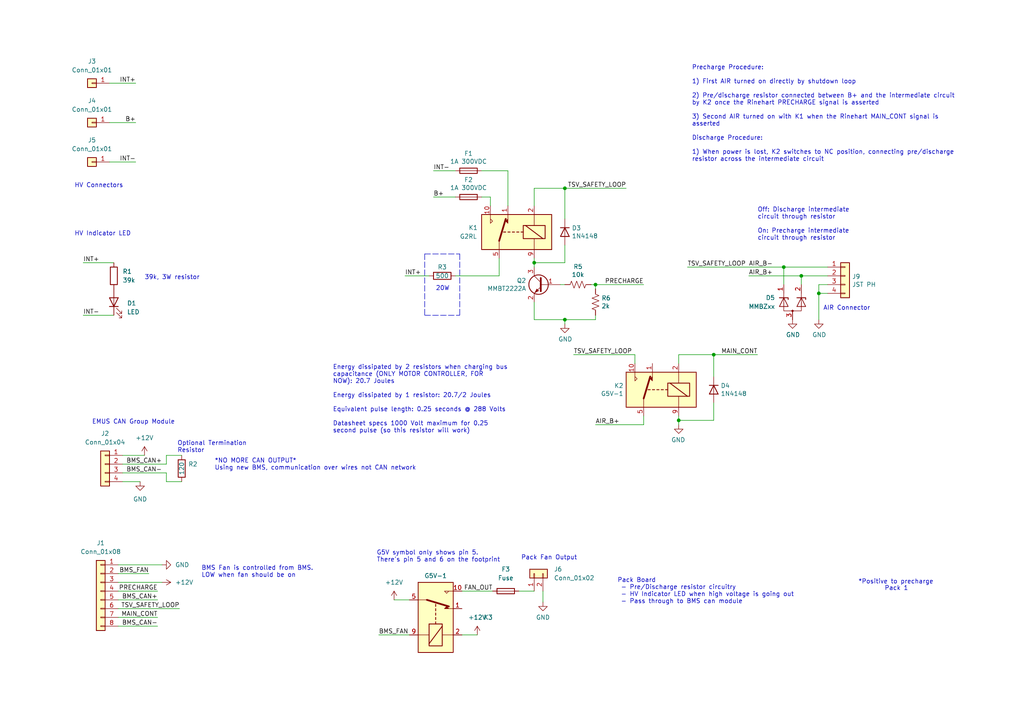
<source format=kicad_sch>
(kicad_sch (version 20211123) (generator eeschema)
  (paper "A4")
  (lib_symbols
    (symbol "Connector_Generic:Conn_01x01" (pin_names (offset 1.016) hide)
      (property "Reference" "J" (at 0 2.54 0))
      (property "Value" "Conn_01x01" (at 0 -2.54 0))
      (symbol "Conn_01x01_1_1"
        (rectangle (start -1.27 0.127) (end 0 -0.127) (stroke (width 0.1524)))
        (rectangle (start -1.27 1.27) (end 1.27 -1.27) (stroke (width 0.254)) (fill (type background)))
        (pin passive line (at -5.08 0 0) (length 3.81) (name "Pin_1") (number "1"))
      )
    )
    (symbol "Connector_Generic:Conn_01x02" (pin_names (offset 1.016) hide)
      (property "Reference" "J" (at 0 2.54 0))
      (property "Value" "Conn_01x02" (at 0 -5.08 0))
      (symbol "Conn_01x02_1_1"
        (rectangle (start -1.27 -2.413) (end 0 -2.667) (stroke (width 0.1524)))
        (rectangle (start -1.27 0.127) (end 0 -0.127) (stroke (width 0.1524)))
        (rectangle (start -1.27 1.27) (end 1.27 -3.81) (stroke (width 0.254)) (fill (type background)))
        (pin passive line (at -5.08 0 0) (length 3.81) (name "Pin_1") (number "1"))
        (pin passive line (at -5.08 -2.54 0) (length 3.81) (name "Pin_2") (number "2"))
      )
    )
    (symbol "Connector_Generic:Conn_01x04" (pin_names (offset 1.016) hide)
      (property "Reference" "J" (at 0 5.08 0))
      (property "Value" "Conn_01x04" (at 0 -7.62 0))
      (symbol "Conn_01x04_1_1"
        (rectangle (start -1.27 -4.953) (end 0 -5.207) (stroke (width 0.1524)))
        (rectangle (start -1.27 -2.413) (end 0 -2.667) (stroke (width 0.1524)))
        (rectangle (start -1.27 0.127) (end 0 -0.127) (stroke (width 0.1524)))
        (rectangle (start -1.27 2.667) (end 0 2.413) (stroke (width 0.1524)))
        (rectangle (start -1.27 3.81) (end 1.27 -6.35) (stroke (width 0.254)) (fill (type background)))
        (pin passive line (at -5.08 2.54 0) (length 3.81) (name "Pin_1") (number "1"))
        (pin passive line (at -5.08 0 0) (length 3.81) (name "Pin_2") (number "2"))
        (pin passive line (at -5.08 -2.54 0) (length 3.81) (name "Pin_3") (number "3"))
        (pin passive line (at -5.08 -5.08 0) (length 3.81) (name "Pin_4") (number "4"))
      )
    )
    (symbol "Connector_Generic:Conn_01x08" (pin_names (offset 1.016) hide)
      (property "Reference" "J" (at 0 10.16 0))
      (property "Value" "Conn_01x08" (at 0 -12.7 0))
      (symbol "Conn_01x08_1_1"
        (rectangle (start -1.27 -10.033) (end 0 -10.287) (stroke (width 0.1524)))
        (rectangle (start -1.27 -7.493) (end 0 -7.747) (stroke (width 0.1524)))
        (rectangle (start -1.27 -4.953) (end 0 -5.207) (stroke (width 0.1524)))
        (rectangle (start -1.27 -2.413) (end 0 -2.667) (stroke (width 0.1524)))
        (rectangle (start -1.27 0.127) (end 0 -0.127) (stroke (width 0.1524)))
        (rectangle (start -1.27 2.667) (end 0 2.413) (stroke (width 0.1524)))
        (rectangle (start -1.27 5.207) (end 0 4.953) (stroke (width 0.1524)))
        (rectangle (start -1.27 7.747) (end 0 7.493) (stroke (width 0.1524)))
        (rectangle (start -1.27 8.89) (end 1.27 -11.43) (stroke (width 0.254)) (fill (type background)))
        (pin passive line (at -5.08 7.62 0) (length 3.81) (name "Pin_1") (number "1"))
        (pin passive line (at -5.08 5.08 0) (length 3.81) (name "Pin_2") (number "2"))
        (pin passive line (at -5.08 2.54 0) (length 3.81) (name "Pin_3") (number "3"))
        (pin passive line (at -5.08 0 0) (length 3.81) (name "Pin_4") (number "4"))
        (pin passive line (at -5.08 -2.54 0) (length 3.81) (name "Pin_5") (number "5"))
        (pin passive line (at -5.08 -5.08 0) (length 3.81) (name "Pin_6") (number "6"))
        (pin passive line (at -5.08 -7.62 0) (length 3.81) (name "Pin_7") (number "7"))
        (pin passive line (at -5.08 -10.16 0) (length 3.81) (name "Pin_8") (number "8"))
      )
    )
    (symbol "Device:Fuse" (pin_numbers hide) (pin_names (offset 0))
      (property "Reference" "F" (at 2.032 0 90))
      (property "Value" "Fuse" (at -1.905 0 90))
      (symbol "Fuse_0_1"
        (rectangle (start -0.762 -2.54) (end 0.762 2.54) (stroke (width 0.254)))
        (polyline (pts (xy 0 2.54) (xy 0 -2.54)))
      )
      (symbol "Fuse_1_1"
        (pin passive line (at 0 3.81 270) (length 1.27) (name "~") (number "1"))
        (pin passive line (at 0 -3.81 90) (length 1.27) (name "~") (number "2"))
      )
    )
    (symbol "Device:LED" (pin_numbers hide) (pin_names (offset 1.016) hide)
      (property "Reference" "D" (at 0 2.54 0))
      (property "Value" "LED" (at 0 -2.54 0))
      (symbol "LED_0_1"
        (polyline (pts (xy -1.27 -1.27) (xy -1.27 1.27)) (stroke (width 0.254)))
        (polyline (pts (xy -1.27 0) (xy 1.27 0)))
        (polyline (pts (xy 1.27 -1.27) (xy 1.27 1.27) (xy -1.27 0) (xy 1.27 -1.27)) (stroke (width 0.254)))
        (polyline (pts (xy -3.048 -0.762) (xy -4.572 -2.286) (xy -3.81 -2.286) (xy -4.572 -2.286) (xy -4.572 -1.524)))
        (polyline (pts (xy -1.778 -0.762) (xy -3.302 -2.286) (xy -2.54 -2.286) (xy -3.302 -2.286) (xy -3.302 -1.524)))
      )
      (symbol "LED_1_1"
        (pin passive line (at -3.81 0 0) (length 2.54) (name "K") (number "1"))
        (pin passive line (at 3.81 0 180) (length 2.54) (name "A") (number "2"))
      )
    )
    (symbol "Device:Q_NPN_BEC" (pin_names (offset 0) hide)
      (property "Reference" "Q" (at 5.08 1.27 0))
      (property "Value" "Q_NPN_BEC" (at 5.08 -1.27 0))
      (symbol "Q_NPN_BEC_0_1"
        (polyline (pts (xy 0.635 0.635) (xy 2.54 2.54)))
        (polyline (pts (xy 0.635 -0.635) (xy 2.54 -2.54) (xy 2.54 -2.54)))
        (polyline (pts (xy 0.635 1.905) (xy 0.635 -1.905) (xy 0.635 -1.905)) (stroke (width 0.508)))
        (polyline (pts (xy 1.27 -1.778) (xy 1.778 -1.27) (xy 2.286 -2.286) (xy 1.27 -1.778) (xy 1.27 -1.778)) (fill (type outline)))
        (circle (center 1.27 0) (radius 2.8194) (stroke (width 0.254)))
      )
      (symbol "Q_NPN_BEC_1_1"
        (pin input line (at -5.08 0 0) (length 5.715) (name "B") (number "1"))
        (pin passive line (at 2.54 -5.08 90) (length 2.54) (name "E") (number "2"))
        (pin passive line (at 2.54 5.08 270) (length 2.54) (name "C") (number "3"))
      )
    )
    (symbol "Device:R" (pin_numbers hide) (pin_names (offset 0))
      (property "Reference" "R" (at 2.032 0 90))
      (property "Value" "R" (at 0 0 90))
      (symbol "R_0_1"
        (rectangle (start -1.016 -2.54) (end 1.016 2.54) (stroke (width 0.254)))
      )
      (symbol "R_1_1"
        (pin passive line (at 0 3.81 270) (length 1.27) (name "~") (number "1"))
        (pin passive line (at 0 -3.81 90) (length 1.27) (name "~") (number "2"))
      )
    )
    (symbol "Device:R_US" (pin_numbers hide) (pin_names (offset 0))
      (property "Reference" "R" (at 2.54 0 90))
      (property "Value" "R_US" (at -2.54 0 90))
      (symbol "R_US_0_1"
        (polyline (pts (xy 0 -2.286) (xy 0 -2.54)))
        (polyline (pts (xy 0 2.286) (xy 0 2.54)))
        (polyline (pts (xy 0 -0.762) (xy 1.016 -1.143) (xy 0 -1.524) (xy -1.016 -1.905) (xy 0 -2.286)))
        (polyline (pts (xy 0 0.762) (xy 1.016 0.381) (xy 0 0) (xy -1.016 -0.381) (xy 0 -0.762)))
        (polyline (pts (xy 0 2.286) (xy 1.016 1.905) (xy 0 1.524) (xy -1.016 1.143) (xy 0 0.762)))
      )
      (symbol "R_US_1_1"
        (pin passive line (at 0 3.81 270) (length 1.27) (name "~") (number "1"))
        (pin passive line (at 0 -3.81 90) (length 1.27) (name "~") (number "2"))
      )
    )
    (symbol "Diode:1N4148" (pin_numbers hide) (pin_names (offset 1.016) hide)
      (property "Reference" "D" (at 0 2.54 0))
      (property "Value" "1N4148" (at 0 -2.54 0))
      (symbol "1N4148_0_1"
        (polyline (pts (xy -1.27 1.27) (xy -1.27 -1.27)) (stroke (width 0.254)))
        (polyline (pts (xy 1.27 0) (xy -1.27 0)))
        (polyline (pts (xy 1.27 1.27) (xy 1.27 -1.27) (xy -1.27 0) (xy 1.27 1.27)) (stroke (width 0.254)))
      )
      (symbol "1N4148_1_1"
        (pin passive line (at -3.81 0 0) (length 2.54) (name "K") (number "1"))
        (pin passive line (at 3.81 0 180) (length 2.54) (name "A") (number "2"))
      )
    )
    (symbol "Diode:MMBZxx" (pin_names (offset 1.016) hide)
      (property "Reference" "D" (at 3.81 2.54 0))
      (property "Value" "MMBZxx" (at 3.81 0 0))
      (symbol "MMBZxx_0_1"
        (circle (center 0 -2.54) (radius 0.254) (fill (type outline)))
        (polyline (pts (xy -2.54 -1.27) (xy -2.54 2.54)))
        (polyline (pts (xy 2.54 -1.27) (xy 2.54 2.54)))
        (polyline (pts (xy -3.81 1.27) (xy -1.27 1.27) (xy -1.27 0.762)) (stroke (width 0.254)))
        (polyline (pts (xy 1.27 1.27) (xy 3.81 1.27) (xy 3.81 0.762)) (stroke (width 0.254)))
        (polyline (pts (xy -2.54 0) (xy -2.54 -2.54) (xy 2.54 -2.54) (xy 2.54 0)))
      )
      (symbol "MMBZxx_1_1"
        (polyline (pts (xy -3.81 -1.27) (xy -1.27 -1.27) (xy -2.54 1.27) (xy -3.81 -1.27)) (stroke (width 0.2032)))
        (polyline (pts (xy 1.27 -1.27) (xy 3.81 -1.27) (xy 2.54 1.27) (xy 1.27 -1.27)) (stroke (width 0.2032)))
        (pin passive line (at -2.54 5.08 270) (length 2.54) (name "K") (number "1"))
        (pin passive line (at 2.54 5.08 270) (length 2.54) (name "K") (number "2"))
        (pin passive line (at 0 -5.08 90) (length 2.54) (name "A") (number "3"))
      )
    )
    (symbol "G5V-1_1"
      (property "Reference" "K3" (at 0 15.24 90))
      (property "Value" "G5V-1_1" (at 0 12.7 90))
      (symbol "G5V-1_1_0_0"
        (polyline (pts (xy 7.62 5.08) (xy 7.62 2.54) (xy 6.985 3.175) (xy 7.62 3.81)))
      )
      (symbol "G5V-1_1_0_1"
        (rectangle (start -10.16 5.08) (end 10.16 -5.08) (stroke (width 0.254)) (fill (type background)))
        (rectangle (start -8.255 1.905) (end -1.905 -1.905) (stroke (width 0.254)))
        (polyline (pts (xy -7.62 -1.905) (xy -2.54 1.905)) (stroke (width 0.254)))
        (polyline (pts (xy -5.08 -5.08) (xy -5.08 -1.905)))
        (polyline (pts (xy -5.08 5.08) (xy -5.08 1.905)))
        (polyline (pts (xy -1.905 0) (xy -1.27 0)) (stroke (width 0.254)))
        (polyline (pts (xy -0.635 0) (xy 0 0)) (stroke (width 0.254)))
        (polyline (pts (xy 0.635 0) (xy 1.27 0)) (stroke (width 0.254)))
        (polyline (pts (xy 1.905 0) (xy 2.54 0)) (stroke (width 0.254)))
        (polyline (pts (xy 3.175 0) (xy 3.81 0)) (stroke (width 0.254)))
        (polyline (pts (xy 5.08 -2.54) (xy 3.175 3.81)) (stroke (width 0.508)))
        (polyline (pts (xy 5.08 -2.54) (xy 5.08 -5.08)))
        (polyline (pts (xy 2.54 5.08) (xy 2.54 2.54) (xy 3.175 3.175) (xy 2.54 3.81)) (fill (type outline)))
      )
      (symbol "G5V-1_1_1_1"
        (pin passive line (at 2.54 7.62 270) (length 2.54) (name "~") (number "1"))
        (pin passive line (at 7.62 7.62 270) (length 2.54) (name "~") (number "10"))
        (pin passive line (at -5.08 7.62 270) (length 2.54) (name "~") (number "2"))
        (pin passive line (at 5.08 -7.62 90) (length 2.54) (name "~") (number "5"))
        (pin passive line (at 5.08 -7.62 90) (length 2.54) hide (name "~") (number "6"))
        (pin passive line (at -5.08 -7.62 90) (length 2.54) (name "~") (number "9"))
      )
    )
    (symbol "Relay:G5V-1"
      (property "Reference" "K" (at 11.43 3.81 0))
      (property "Value" "G5V-1" (at 11.43 1.27 0))
      (symbol "G5V-1_0_0"
        (polyline (pts (xy 7.62 5.08) (xy 7.62 2.54) (xy 6.985 3.175) (xy 7.62 3.81)))
      )
      (symbol "G5V-1_0_1"
        (rectangle (start -10.16 5.08) (end 10.16 -5.08) (stroke (width 0.254)) (fill (type background)))
        (rectangle (start -8.255 1.905) (end -1.905 -1.905) (stroke (width 0.254)))
        (polyline (pts (xy -7.62 -1.905) (xy -2.54 1.905)) (stroke (width 0.254)))
        (polyline (pts (xy -5.08 -5.08) (xy -5.08 -1.905)))
        (polyline (pts (xy -5.08 5.08) (xy -5.08 1.905)))
        (polyline (pts (xy -1.905 0) (xy -1.27 0)) (stroke (width 0.254)))
        (polyline (pts (xy -0.635 0) (xy 0 0)) (stroke (width 0.254)))
        (polyline (pts (xy 0.635 0) (xy 1.27 0)) (stroke (width 0.254)))
        (polyline (pts (xy 1.905 0) (xy 2.54 0)) (stroke (width 0.254)))
        (polyline (pts (xy 3.175 0) (xy 3.81 0)) (stroke (width 0.254)))
        (polyline (pts (xy 5.08 -2.54) (xy 3.175 3.81)) (stroke (width 0.508)))
        (polyline (pts (xy 5.08 -2.54) (xy 5.08 -5.08)))
        (polyline (pts (xy 2.54 5.08) (xy 2.54 2.54) (xy 3.175 3.175) (xy 2.54 3.81)) (fill (type outline)))
      )
      (symbol "G5V-1_1_1"
        (pin passive line (at 2.54 7.62 270) (length 2.54) (name "~") (number "1"))
        (pin passive line (at 7.62 7.62 270) (length 2.54) (name "~") (number "10"))
        (pin passive line (at -5.08 7.62 270) (length 2.54) (name "~") (number "2"))
        (pin passive line (at 5.08 -7.62 90) (length 2.54) (name "~") (number "5"))
        (pin passive line (at 5.08 -7.62 90) (length 2.54) hide (name "~") (number "6"))
        (pin passive line (at -5.08 -7.62 90) (length 2.54) (name "~") (number "9"))
      )
    )
    (symbol "power:+12V" (power) (pin_names (offset 0))
      (property "Value" "+12V" (at 0 3.556 0))
      (symbol "+12V_0_1"
        (polyline (pts (xy -0.762 1.27) (xy 0 2.54)))
        (polyline (pts (xy 0 0) (xy 0 2.54)))
        (polyline (pts (xy 0 2.54) (xy 0.762 1.27)))
      )
      (symbol "+12V_1_1"
        (pin power_in line (at 0 0 90) (length 0) hide (name "+12V") (number "1"))
      )
    )
    (symbol "power:GND" (power) (pin_names (offset 0))
      (property "Value" "GND" (at 0 -3.81 0))
      (symbol "GND_0_1"
        (polyline (pts (xy 0 0) (xy 0 -1.27) (xy 1.27 -1.27) (xy 0 -2.54) (xy -1.27 -1.27) (xy 0 -1.27)))
      )
      (symbol "GND_1_1"
        (pin power_in line (at 0 0 270) (length 0) hide (name "GND") (number "1"))
      )
    )
  )
  (junction (at 227.33 77.47))
  (junction (at 172.72 82.55))
  (junction (at 163.83 92.71))
  (junction (at 232.41 80.01))
  (junction (at 154.94 76.2))
  (junction (at 237.49 85.09))
  (junction (at 196.85 121.92))
  (junction (at 163.83 54.61))
  (junction (at 207.01 102.87))
  (wire (pts (xy 154.94 54.61) (xy 163.83 54.61)))
  (wire (pts (xy 31.75 24.13) (xy 39.37 24.13)))
  (wire (pts (xy 132.08 57.15) (xy 125.73 57.15)))
  (wire (pts (xy 124.46 80.01) (xy 117.475 80.01)))
  (polyline (pts (xy 133.35 73.66) (xy 133.35 91.44)))
  (wire (pts (xy 147.32 59.69) (xy 147.32 49.53)))
  (wire (pts (xy 227.33 77.47) (xy 240.03 77.47)))
  (wire (pts (xy 232.41 80.01) (xy 240.03 80.01)))
  (wire (pts (xy 34.29 166.37) (xy 43.18 166.37)))
  (wire (pts (xy 31.75 46.99) (xy 39.37 46.99)))
  (wire (pts (xy 154.94 74.93) (xy 154.94 76.2)))
  (wire (pts (xy 163.83 92.71) (xy 172.72 92.71)))
  (wire (pts (xy 154.94 87.63) (xy 154.94 92.71)))
  (wire (pts (xy 24.13 76.2) (xy 33.02 76.2)))
  (wire (pts (xy 157.48 171.45) (xy 157.48 174.625)))
  (wire (pts (xy 31.75 35.56) (xy 39.37 35.56)))
  (wire (pts (xy 154.94 92.71) (xy 163.83 92.71)))
  (wire (pts (xy 240.03 85.09) (xy 237.49 85.09)))
  (wire (pts (xy 207.01 121.92) (xy 207.01 116.84)))
  (wire (pts (xy 133.985 171.45) (xy 142.875 171.45)))
  (wire (pts (xy 207.01 109.22) (xy 207.01 102.87)))
  (polyline (pts (xy 123.19 91.44) (xy 133.35 91.44)))
  (wire (pts (xy 35.56 139.7) (xy 40.64 139.7)))
  (wire (pts (xy 34.29 171.45) (xy 45.72 171.45)))
  (wire (pts (xy 163.83 76.2) (xy 163.83 71.12)))
  (wire (pts (xy 24.13 91.44) (xy 33.02 91.44)))
  (wire (pts (xy 142.24 59.69) (xy 142.24 57.15)))
  (wire (pts (xy 154.94 76.2) (xy 163.83 76.2)))
  (wire (pts (xy 48.26 134.62) (xy 48.26 132.08)))
  (wire (pts (xy 163.83 54.61) (xy 181.61 54.61)))
  (wire (pts (xy 48.26 139.7) (xy 52.705 139.7)))
  (polyline (pts (xy 123.19 73.66) (xy 123.19 91.44)))
  (wire (pts (xy 150.495 171.45) (xy 154.94 171.45)))
  (wire (pts (xy 232.41 80.01) (xy 217.17 80.01)))
  (wire (pts (xy 240.03 82.55) (xy 237.49 82.55)))
  (wire (pts (xy 132.08 80.01) (xy 144.78 80.01)))
  (wire (pts (xy 34.29 163.83) (xy 46.99 163.83)))
  (wire (pts (xy 34.29 168.91) (xy 46.99 168.91)))
  (wire (pts (xy 162.56 82.55) (xy 163.83 82.55)))
  (wire (pts (xy 186.69 120.65) (xy 186.69 123.19)))
  (wire (pts (xy 34.29 179.07) (xy 45.72 179.07)))
  (wire (pts (xy 184.15 105.41) (xy 184.15 102.87)))
  (wire (pts (xy 196.85 102.87) (xy 207.01 102.87)))
  (wire (pts (xy 172.72 83.82) (xy 172.72 82.55)))
  (wire (pts (xy 147.32 49.53) (xy 139.7 49.53)))
  (wire (pts (xy 171.45 82.55) (xy 172.72 82.55)))
  (wire (pts (xy 132.08 49.53) (xy 125.73 49.53)))
  (wire (pts (xy 237.49 82.55) (xy 237.49 85.09)))
  (wire (pts (xy 172.72 92.71) (xy 172.72 91.44)))
  (wire (pts (xy 207.01 102.87) (xy 219.71 102.87)))
  (wire (pts (xy 163.83 63.5) (xy 163.83 54.61)))
  (wire (pts (xy 114.3 173.99) (xy 118.745 173.99)))
  (wire (pts (xy 35.56 132.08) (xy 41.91 132.08)))
  (wire (pts (xy 232.41 82.55) (xy 232.41 80.01)))
  (wire (pts (xy 142.24 57.15) (xy 139.7 57.15)))
  (wire (pts (xy 154.94 76.2) (xy 154.94 77.47)))
  (wire (pts (xy 196.85 121.92) (xy 196.85 120.65)))
  (wire (pts (xy 48.26 132.08) (xy 52.705 132.08)))
  (wire (pts (xy 184.15 102.87) (xy 166.37 102.87)))
  (wire (pts (xy 35.56 137.16) (xy 48.26 137.16)))
  (wire (pts (xy 48.26 137.16) (xy 48.26 139.7)))
  (polyline (pts (xy 123.19 73.66) (xy 133.35 73.66)))
  (wire (pts (xy 34.29 181.61) (xy 45.72 181.61)))
  (wire (pts (xy 34.29 173.99) (xy 45.72 173.99)))
  (wire (pts (xy 34.29 176.53) (xy 52.07 176.53)))
  (wire (pts (xy 35.56 134.62) (xy 48.26 134.62)))
  (wire (pts (xy 163.83 92.71) (xy 163.83 93.98)))
  (wire (pts (xy 186.69 123.19) (xy 172.72 123.19)))
  (wire (pts (xy 199.39 77.47) (xy 227.33 77.47)))
  (wire (pts (xy 196.85 105.41) (xy 196.85 102.87)))
  (wire (pts (xy 196.85 123.19) (xy 196.85 121.92)))
  (wire (pts (xy 133.985 184.15) (xy 138.43 184.15)))
  (wire (pts (xy 172.72 82.55) (xy 186.69 82.55)))
  (wire (pts (xy 144.78 74.93) (xy 144.78 80.01)))
  (wire (pts (xy 118.745 184.15) (xy 109.855 184.15)))
  (wire (pts (xy 196.85 121.92) (xy 207.01 121.92)))
  (wire (pts (xy 227.33 82.55) (xy 227.33 77.47)))
  (wire (pts (xy 154.94 59.69) (xy 154.94 54.61)))
  (wire (pts (xy 237.49 85.09) (xy 237.49 92.71)))
  (text "EMUS CAN Group Module" (at 26.67 123.19 0) (effects (font (size 1.27 1.27)) (justify left bottom)))
  (text "Precharge Procedure:\n\n1) First AIR turned on directly by shutdown loop\n\n2) Pre/discharge resistor connected between B+ and the intermediate circuit\nby K2 once the Rinehart PRECHARGE signal is asserted\n\n3) Second AIR turned on with K1 when the Rinehart MAIN_CONT signal is\nasserted\n\nDischarge Procedure:\n\n1) When power is lost, K2 switches to NC position, connecting pre/discharge\nresistor across the intermediate circuit" (at 200.66 46.99 0) (effects (font (size 1.27 1.27)) (justify left bottom)))
  (text "20W\n" (at 126.365 84.455 0) (effects (font (size 1.27 1.27)) (justify left bottom)))
  (text "AIR Connector" (at 238.76 90.17 0) (effects (font (size 1.27 1.27)) (justify left bottom)))
  (text "*Positive to precharge\n" (at 248.92 169.545 0) (effects (font (size 1.27 1.27)) (justify left bottom)))
  (text "39k, 3W resistor" (at 41.91 81.28 0) (effects (font (size 1.27 1.27)) (justify left bottom)))
  (text "Pack 1 \n" (at 256.54 171.45 0) (effects (font (size 1.27 1.27)) (justify left bottom)))
  (text "*NO MORE CAN OUTPUT*\nUsing new BMS, communication over wires not CAN network" (at 62.23 136.525 0) (effects (font (size 1.27 1.27)) (justify left bottom)))
  (text "Pack Fan Output" (at 151.13 162.56 0) (effects (font (size 1.27 1.27)) (justify left bottom)))
  (text "Optional Termination\nResistor" (at 51.435 131.445 0) (effects (font (size 1.27 1.27)) (justify left bottom)))
  (text "Energy dissipated by 2 resistors when charging bus\ncapacitance (ONLY MOTOR CONTROLLER, FOR\nNOW): 20.7 Joules\n\nEnergy dissipated by 1 resistor: 20.7/2 Joules\n\nEquivalent pulse length: 0.25 seconds @ 288 Volts\n\nDatasheet specs 1000 Volt maximum for 0.25\nsecond pulse (so this resistor will work)" (at 96.52 125.73 0) (effects (font (size 1.27 1.27)) (justify left bottom)))
  (text "Off: Discharge intermediate\ncircuit through resistor\n\nOn: Precharge intermediate\ncircuit through resistor" (at 219.71 69.85 0) (effects (font (size 1.27 1.27)) (justify left bottom)))
  (text "G5V symbol only shows pin 5. \nThere's pin 5 and 6 on the footprint" (at 109.22 163.195 0) (effects (font (size 1.27 1.27)) (justify left bottom)))
  (text "HV Connectors" (at 21.59 54.61 0) (effects (font (size 1.27 1.27)) (justify left bottom)))
  (text "BMS Fan is controlled from BMS. \nLOW when fan should be on" (at 58.42 167.64 0) (effects (font (size 1.27 1.27)) (justify left bottom)))
  (text "Pack Board\n - Pre/Discharge resistor circuitry\n - HV Indicator LED when high voltage is going out\n - Pass through to BMS can module" (at 179.07 175.26 0) (effects (font (size 1.27 1.27)) (justify left bottom)))
  (text "HV Indicator LED" (at 21.59 68.58 0) (effects (font (size 1.27 1.27)) (justify left bottom)))
  (label "TSV_SAFETY_LOOP" (at 181.61 54.61 180))
  (label "INT+" (at 24.13 76.2 0))
  (label "AIR_B+" (at 217.17 80.01 0))
  (label "AIR_B-" (at 217.17 77.47 0))
  (label "INT-" (at 39.37 46.99 180))
  (label "PRECHARGE" (at 45.72 171.45 180))
  (label "BMS_CAN+" (at 46.99 134.62 180))
  (label "MAIN_CONT" (at 219.71 102.87 180))
  (label "INT-" (at 24.13 91.44 0))
  (label "TSV_SAFETY_LOOP" (at 52.07 176.53 180))
  (label "BMS_FAN" (at 43.18 166.37 180))
  (label "MAIN_CONT" (at 45.72 179.07 180))
  (label "TSV_SAFETY_LOOP" (at 360.68 205.74 180))
  (label "B+" (at 39.37 35.56 180))
  (label "AIR_B+" (at 172.72 123.19 0))
  (label "BMS_CAN-" (at 46.99 137.16 180))
  (label "TSV_SAFETY_LOOP" (at 166.37 102.87 0))
  (label "FAN_OUT" (at 142.875 171.45 180))
  (label "INT+" (at 39.37 24.13 180))
  (label "BMS_CAN-" (at 45.72 181.61 180))
  (label "BMS_CAN+" (at 45.72 173.99 180))
  (label "B+" (at 125.73 57.15 0))
  (label "INT-" (at 125.73 49.53 0))
  (label "PRECHARGE" (at 186.69 82.55 180))
  (label "INT+" (at 117.475 80.01 0))
  (label "TSV_SAFETY_LOOP" (at 199.39 77.47 0))
  (label "BMS_FAN" (at 109.855 184.15 0))
  (symbol (lib_id "Diode:MMBZxx") (at 229.87 87.63 0) (unit 1)
    (property "Reference" "D5" (at 224.79 86.36 0) (effects (justify right)))
    (property "Value" "MMBZxx" (at 224.79 88.9 0) (effects (justify right)))
    (property "Footprint" "Package_TO_SOT_SMD:SOT-23" (effects hide))
    (property "Datasheet" "http://www.onsemi.com/pub/Collateral/MMBZ5V6ALT1-D.PDF" (effects hide))
  )
  (symbol (lib_id "Connector_Generic:Conn_01x04") (at 245.11 80.01 0) (unit 1)
    (property "Reference" "J9" (at 247.142 80.2132 0) (effects (justify left)))
    (property "Value" "JST PH" (at 247.142 82.5246 0) (effects (justify left)))
    (property "Footprint" "Connector_JST:JST_PH_B4B-PH-K_1x04_P2.00mm_Vertical" (effects hide))
  )
  (symbol (lib_id "power:GND") (at 237.49 92.71 0) (unit 1)
    (property "Reference" "#PWR0124" (effects hide))
    (property "Value" "GND" (at 237.617 97.1042 0))
  )
  (symbol (lib_id "power:GND") (at 229.87 92.71 0) (unit 1)
    (property "Reference" "#PWR0125" (effects hide))
    (property "Value" "GND" (at 229.997 97.1042 0))
  )
  (symbol (lib_id "Relay:G5V-1") (at 149.86 67.31 0) (mirror y) (unit 1)
    (property "Reference" "K1" (at 135.89 66.04 0) (effects (justify right)))
    (property "Value" "G2RL" (at 133.35 68.58 0) (effects (justify right)))
    (property "Footprint" "AERO_Footprints:G2RL" (effects hide))
    (property "Datasheet" "http://omronfs.omron.com/en_US/ecb/products/pdf/en-g5v_1.pdf" (effects hide))
  )
  (symbol (lib_id "power:GND") (at 163.83 93.98 0) (unit 1)
    (property "Reference" "#PWR0126" (effects hide))
    (property "Value" "GND" (at 163.957 98.3742 0))
  )
  (symbol (lib_id "Relay:G5V-1") (at 191.77 113.03 0) (mirror y) (unit 1)
    (property "Reference" "K2" (at 180.848 111.8616 0) (effects (justify left)))
    (property "Value" "G5V-1" (at 180.848 114.173 0) (effects (justify left)))
    (property "Footprint" "Relay_THT:Relay_SPDT_Omron_G5V-1" (effects hide))
    (property "Datasheet" "http://omronfs.omron.com/en_US/ecb/products/pdf/en-g5v_1.pdf" (effects hide))
  )
  (symbol (lib_id "power:GND") (at 196.85 123.19 0) (mirror y) (unit 1)
    (property "Reference" "#PWR0127" (effects hide))
    (property "Value" "GND" (at 196.723 127.5842 0))
  )
  (symbol (lib_id "Device:Q_NPN_BEC") (at 157.48 82.55 0) (mirror y) (unit 1)
    (property "Reference" "Q2" (at 152.6286 81.3816 0) (effects (justify left)))
    (property "Value" "MMBT2222A" (at 152.6286 83.693 0) (effects (justify left)))
    (property "Footprint" "Package_TO_SOT_SMD:SOT-23" (effects hide))
  )
  (symbol (lib_id "Device:R_US") (at 172.72 87.63 180) (unit 1)
    (property "Reference" "R6" (at 174.4472 86.4616 0) (effects (justify right)))
    (property "Value" "2k" (at 174.4472 88.773 0) (effects (justify right)))
    (property "Footprint" "Resistor_SMD:R_0603_1608Metric" (effects hide))
  )
  (symbol (lib_id "Device:R_US") (at 167.64 82.55 90) (unit 1)
    (property "Reference" "R5" (at 167.64 77.343 90))
    (property "Value" "10k" (at 167.64 79.6544 90))
    (property "Footprint" "Resistor_SMD:R_0603_1608Metric" (effects hide))
  )
  (symbol (lib_id "Device:Fuse") (at 135.89 57.15 270) (unit 1)
    (property "Reference" "F2" (at 135.89 52.1462 90))
    (property "Value" "1A 300VDC" (at 135.89 54.4576 90))
    (property "Footprint" "AERO_Footprints:Fuseholder_Cylinder-5x20mm_Schurter_0031_8201_Horizontal_Open_3d" (effects hide))
  )
  (symbol (lib_id "Device:Fuse") (at 135.89 49.53 270) (unit 1)
    (property "Reference" "F1" (at 135.89 44.5262 90))
    (property "Value" "1A 300VDC" (at 135.89 46.8376 90))
    (property "Footprint" "AERO_Footprints:Fuseholder_Cylinder-5x20mm_Schurter_0031_8201_Horizontal_Open_3d" (effects hide))
  )
  (symbol (lib_id "Diode:1N4148") (at 163.83 67.31 270) (unit 1)
    (property "Reference" "D3" (at 165.8366 66.1416 90) (effects (justify left)))
    (property "Value" "1N4148" (at 165.8366 68.453 90) (effects (justify left)))
    (property "Footprint" "Diode_SMD:D_MiniMELF" (effects hide))
    (property "Datasheet" "http://www.nxp.com/documents/data_sheet/1N4148_1N4448.pdf" (effects hide))
  )
  (symbol (lib_id "Diode:1N4148") (at 207.01 113.03 270) (unit 1)
    (property "Reference" "D4" (at 209.0166 111.8616 90) (effects (justify left)))
    (property "Value" "1N4148" (at 209.0166 114.173 90) (effects (justify left)))
    (property "Footprint" "Diode_SMD:D_MiniMELF" (effects hide))
    (property "Datasheet" "http://www.nxp.com/documents/data_sheet/1N4148_1N4448.pdf" (effects hide))
  )
  (symbol (lib_id "Device:R") (at 52.705 135.89 0) (unit 1)
    (property "Reference" "R2" (at 54.61 134.6199 0) (effects (justify left)))
    (property "Value" "120" (at 52.705 137.795 90) (effects (justify left)))
    (property "Footprint" "Resistor_SMD:R_0603_1608Metric_Pad0.98x0.95mm_HandSolder" (effects hide))
  )
  (symbol (lib_id "Connector_Generic:Conn_01x08") (at 29.21 171.45 0) (mirror y) (unit 1)
    (property "Reference" "J1" (at 29.21 157.48 0))
    (property "Value" "Conn_01x08" (at 29.21 160.02 0))
    (property "Footprint" "AERO_Footprints:TE_1-776276-1_8pin_Vertical" (effects hide))
  )
  (symbol (lib_id "Device:Fuse") (at 146.685 171.45 90) (unit 1)
    (property "Reference" "F3" (at 146.685 165.1 90))
    (property "Value" "Fuse" (at 146.685 167.64 90))
    (property "Footprint" "AERO_Footprints:Fuseholder_Blade_Mini_Keystone_3568" (effects hide))
  )
  (symbol (lib_id "power:+12V") (at 46.99 168.91 270) (unit 1)
    (property "Reference" "#PWR0102" (effects hide))
    (property "Value" "+12V" (at 50.8 168.9099 90) (effects (justify left)))
  )
  (symbol (lib_id "power:GND") (at 40.64 139.7 0) (unit 1)
    (property "Reference" "#PWR0104" (effects hide))
    (property "Value" "GND" (at 40.64 144.78 0))
  )
  (symbol (lib_name "G5V-1_1") (lib_id "Relay:G5V-1") (at 126.365 179.07 270) (mirror x) (unit 1)
    (property "Reference" "K3" (at 141.605 179.07 90))
    (property "Value" "G5V-1" (at 126.365 167.005 90))
    (property "Footprint" "Relay_THT:Relay_SPDT_Omron_G5V-1" (effects hide))
    (property "Datasheet" "http://omronfs.omron.com/en_US/ecb/products/pdf/en-g5v_1.pdf" (effects hide))
  )
  (symbol (lib_id "Connector_Generic:Conn_01x01") (at 26.67 35.56 180) (unit 1)
    (property "Reference" "J4" (at 26.67 29.21 0))
    (property "Value" "Conn_01x01" (at 26.67 31.75 0))
    (property "Footprint" "Connector_Hirose:Hirose_DF63M-1P-3.96DSA_1x01_P3.96mm_Vertical" (effects hide))
  )
  (symbol (lib_id "Connector_Generic:Conn_01x01") (at 26.67 24.13 180) (unit 1)
    (property "Reference" "J3" (at 26.67 17.78 0))
    (property "Value" "Conn_01x01" (at 26.67 20.32 0))
    (property "Footprint" "Connector_Hirose:Hirose_DF63M-1P-3.96DSA_1x01_P3.96mm_Vertical" (effects hide))
  )
  (symbol (lib_id "Connector_Generic:Conn_01x04") (at 30.48 134.62 0) (mirror y) (unit 1)
    (property "Reference" "J2" (at 30.48 125.73 0))
    (property "Value" "Conn_01x04" (at 30.48 128.27 0))
    (property "Footprint" "Connector_JST:JST_XH_B4B-XH-A_1x04_P2.50mm_Vertical" (effects hide))
  )
  (symbol (lib_id "power:+12V") (at 41.91 132.08 0) (unit 1)
    (property "Reference" "#PWR0101" (effects hide))
    (property "Value" "+12V" (at 41.91 127 0))
  )
  (symbol (lib_id "Connector_Generic:Conn_01x02") (at 154.94 166.37 90) (unit 1)
    (property "Reference" "J6" (at 160.655 165.0999 90) (effects (justify right)))
    (property "Value" "Conn_01x02" (at 160.655 167.6399 90) (effects (justify right)))
    (property "Footprint" "Connector_JST:JST_XH_B2B-XH-A_1x02_P2.50mm_Vertical" (effects hide))
  )
  (symbol (lib_id "power:GND") (at 46.99 163.83 90) (unit 1)
    (property "Reference" "#PWR0103" (effects hide))
    (property "Value" "GND" (at 50.8 163.8299 90) (effects (justify right)))
  )
  (symbol (lib_id "Connector_Generic:Conn_01x01") (at 26.67 46.99 180) (unit 1)
    (property "Reference" "J5" (at 26.67 40.64 0))
    (property "Value" "Conn_01x01" (at 26.67 43.18 0))
    (property "Footprint" "Connector_Hirose:Hirose_DF63M-1P-3.96DSA_1x01_P3.96mm_Vertical" (effects hide))
  )
  (symbol (lib_id "power:+12V") (at 138.43 184.15 0) (unit 1)
    (property "Reference" "#PWR0106" (effects hide))
    (property "Value" "+12V" (at 138.43 179.07 0))
  )
  (symbol (lib_id "power:+12V") (at 114.3 173.99 0) (unit 1)
    (property "Reference" "#PWR0105" (effects hide))
    (property "Value" "+12V" (at 114.3 168.91 0))
  )
  (symbol (lib_id "Device:LED") (at 33.02 87.63 90) (unit 1)
    (property "Reference" "D1" (at 36.83 87.9474 90) (effects (justify right)))
    (property "Value" "LED" (at 36.83 90.4874 90) (effects (justify right)))
    (property "Footprint" "AERO_Footprints:LPA-C011301S-x LED 0805 LIGHT PIPE SINGLE VERT SMD" (effects hide))
  )
  (symbol (lib_id "power:GND") (at 157.48 174.625 0) (unit 1)
    (property "Reference" "#PWR0107" (effects hide))
    (property "Value" "GND" (at 157.48 179.07 0))
  )
  (symbol (lib_id "Device:R") (at 128.27 80.01 90) (unit 1)
    (property "Reference" "R3" (at 128.27 77.47 90))
    (property "Value" "500" (at 128.27 80.01 90))
    (property "Footprint" "Package_TO_SOT_THT:TO-220-2_Horizontal_TabDown" (effects hide))
  )
  (symbol (lib_id "Device:R") (at 33.02 80.01 0) (unit 1)
    (property "Reference" "R1" (at 35.56 78.7399 0) (effects (justify left)))
    (property "Value" "39k" (at 35.56 81.2799 0) (effects (justify left)))
    (property "Footprint" "Resistor_THT:R_Axial_DIN0414_L11.9mm_D4.5mm_P25.40mm_Horizontal" (effects hide))
  )
)
</source>
